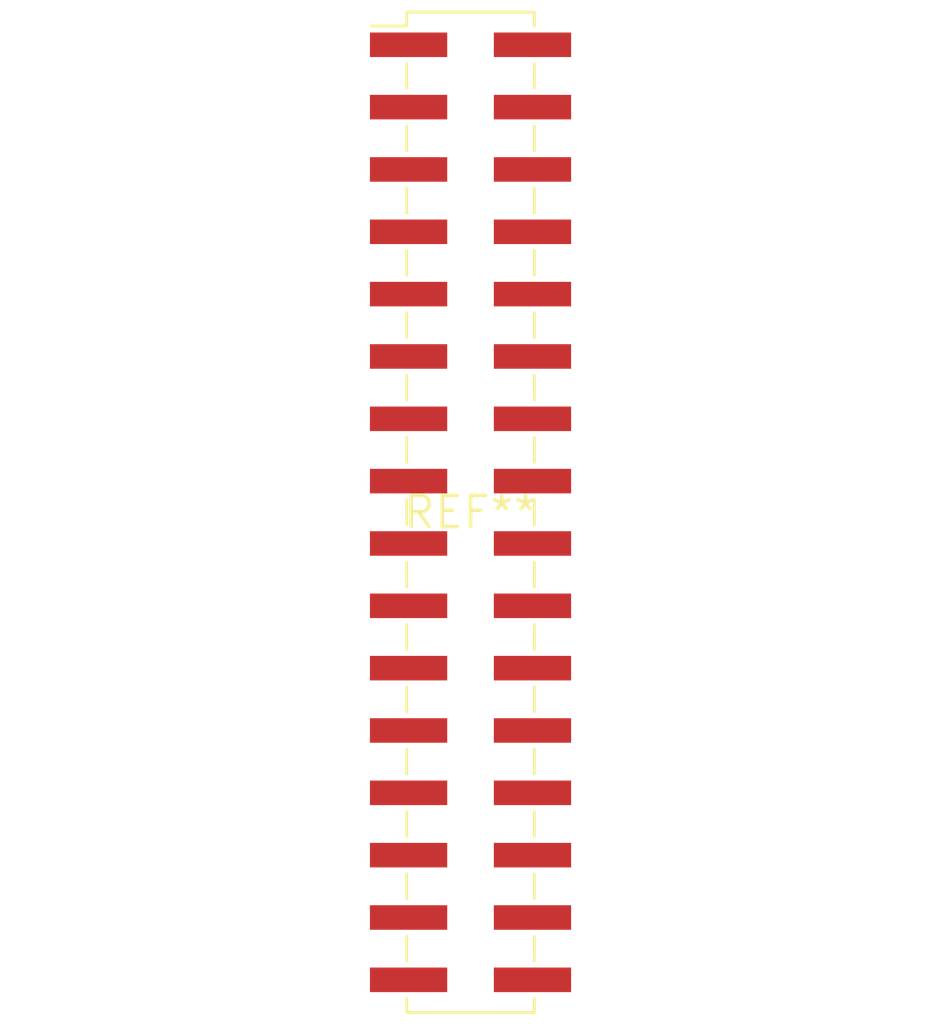
<source format=kicad_pcb>
(kicad_pcb (version 20240108) (generator pcbnew)
  (layers (0 "F.Cu" signal) (31 "B.Cu" signal) (34 "B.Paste" user) (35 "F.Paste" user) (36 "B.SilkS" user "B.Silkscreen") (37 "F.SilkS" user "F.Silkscreen") (38 "B.Mask" user) (39 "F.Mask" user) (44 "Edge.Cuts" user))
  (net 0 "")
  (footprint "PinHeader_2x16_P2.54mm_Vertical_SMD" (layer "F.Cu") (at 0 0)
    (property "Reference" "REF**")
    (property "Value" "PinHeader_2x16_P2.54mm_Vertical_SMD")
    (fp_line (start -4.04 -19.81) (end -2.6 -19.81) (layer "F.SilkS") (stroke (width 0.12)))
    (fp_line (start -2.6 -20.38) (end -2.6 -19.81) (layer "F.SilkS") (stroke (width 0.12)))
    (fp_line (start -2.6 -20.38) (end 2.6 -20.38) (layer "F.SilkS") (stroke (width 0.12)))
    (fp_line (start -2.6 -18.29) (end -2.6 -17.27) (layer "F.SilkS") (stroke (width 0.12)))
    (fp_line (start -2.6 -15.75) (end -2.6 -14.73) (layer "F.SilkS") (stroke (width 0.12)))
    (fp_line (start -2.6 -13.21) (end -2.6 -12.19) (layer "F.SilkS") (stroke (width 0.12)))
    (fp_line (start -2.6 -10.67) (end -2.6 -9.65) (layer "F.SilkS") (stroke (width 0.12)))
    (fp_line (start -2.6 -8.13) (end -2.6 -7.11) (layer "F.SilkS") (stroke (width 0.12)))
    (fp_line (start -2.6 -5.59) (end -2.6 -4.57) (layer "F.SilkS") (stroke (width 0.12)))
    (fp_line (start -2.6 -3.05) (end -2.6 -2.03) (layer "F.SilkS") (stroke (width 0.12)))
    (fp_line (start -2.6 -0.51) (end -2.6 0.51) (layer "F.SilkS") (stroke (width 0.12)))
    (fp_line (start -2.6 2.03) (end -2.6 3.05) (layer "F.SilkS") (stroke (width 0.12)))
    (fp_line (start -2.6 4.57) (end -2.6 5.59) (layer "F.SilkS") (stroke (width 0.12)))
    (fp_line (start -2.6 7.11) (end -2.6 8.13) (layer "F.SilkS") (stroke (width 0.12)))
    (fp_line (start -2.6 9.65) (end -2.6 10.67) (layer "F.SilkS") (stroke (width 0.12)))
    (fp_line (start -2.6 12.19) (end -2.6 13.21) (layer "F.SilkS") (stroke (width 0.12)))
    (fp_line (start -2.6 14.73) (end -2.6 15.75) (layer "F.SilkS") (stroke (width 0.12)))
    (fp_line (start -2.6 17.27) (end -2.6 18.29) (layer "F.SilkS") (stroke (width 0.12)))
    (fp_line (start -2.6 19.81) (end -2.6 20.38) (layer "F.SilkS") (stroke (width 0.12)))
    (fp_line (start -2.6 20.38) (end 2.6 20.38) (layer "F.SilkS") (stroke (width 0.12)))
    (fp_line (start 2.6 -20.38) (end 2.6 -19.81) (layer "F.SilkS") (stroke (width 0.12)))
    (fp_line (start 2.6 -18.29) (end 2.6 -17.27) (layer "F.SilkS") (stroke (width 0.12)))
    (fp_line (start 2.6 -15.75) (end 2.6 -14.73) (layer "F.SilkS") (stroke (width 0.12)))
    (fp_line (start 2.6 -13.21) (end 2.6 -12.19) (layer "F.SilkS") (stroke (width 0.12)))
    (fp_line (start 2.6 -10.67) (end 2.6 -9.65) (layer "F.SilkS") (stroke (width 0.12)))
    (fp_line (start 2.6 -8.13) (end 2.6 -7.11) (layer "F.SilkS") (stroke (width 0.12)))
    (fp_line (start 2.6 -5.59) (end 2.6 -4.57) (layer "F.SilkS") (stroke (width 0.12)))
    (fp_line (start 2.6 -3.05) (end 2.6 -2.03) (layer "F.SilkS") (stroke (width 0.12)))
    (fp_line (start 2.6 -0.51) (end 2.6 0.51) (layer "F.SilkS") (stroke (width 0.12)))
    (fp_line (start 2.6 2.03) (end 2.6 3.05) (layer "F.SilkS") (stroke (width 0.12)))
    (fp_line (start 2.6 4.57) (end 2.6 5.59) (layer "F.SilkS") (stroke (width 0.12)))
    (fp_line (start 2.6 7.11) (end 2.6 8.13) (layer "F.SilkS") (stroke (width 0.12)))
    (fp_line (start 2.6 9.65) (end 2.6 10.67) (layer "F.SilkS") (stroke (width 0.12)))
    (fp_line (start 2.6 12.19) (end 2.6 13.21) (layer "F.SilkS") (stroke (width 0.12)))
    (fp_line (start 2.6 14.73) (end 2.6 15.75) (layer "F.SilkS") (stroke (width 0.12)))
    (fp_line (start 2.6 17.27) (end 2.6 18.29) (layer "F.SilkS") (stroke (width 0.12)))
    (fp_line (start 2.6 19.81) (end 2.6 20.38) (layer "F.SilkS") (stroke (width 0.12)))
    (pad "1" smd rect (at -2.525 -19.05) (size 3.15 1) (layers "F.Cu" "F.Paste" "F.Mask"))
    (pad "2" smd rect (at 2.525 -19.05) (size 3.15 1) (layers "F.Cu" "F.Paste" "F.Mask"))
    (pad "3" smd rect (at -2.525 -16.51) (size 3.15 1) (layers "F.Cu" "F.Paste" "F.Mask"))
    (pad "4" smd rect (at 2.525 -16.51) (size 3.15 1) (layers "F.Cu" "F.Paste" "F.Mask"))
    (pad "5" smd rect (at -2.525 -13.97) (size 3.15 1) (layers "F.Cu" "F.Paste" "F.Mask"))
    (pad "6" smd rect (at 2.525 -13.97) (size 3.15 1) (layers "F.Cu" "F.Paste" "F.Mask"))
    (pad "7" smd rect (at -2.525 -11.43) (size 3.15 1) (layers "F.Cu" "F.Paste" "F.Mask"))
    (pad "8" smd rect (at 2.525 -11.43) (size 3.15 1) (layers "F.Cu" "F.Paste" "F.Mask"))
    (pad "9" smd rect (at -2.525 -8.89) (size 3.15 1) (layers "F.Cu" "F.Paste" "F.Mask"))
    (pad "10" smd rect (at 2.525 -8.89) (size 3.15 1) (layers "F.Cu" "F.Paste" "F.Mask"))
    (pad "11" smd rect (at -2.525 -6.35) (size 3.15 1) (layers "F.Cu" "F.Paste" "F.Mask"))
    (pad "12" smd rect (at 2.525 -6.35) (size 3.15 1) (layers "F.Cu" "F.Paste" "F.Mask"))
    (pad "13" smd rect (at -2.525 -3.81) (size 3.15 1) (layers "F.Cu" "F.Paste" "F.Mask"))
    (pad "14" smd rect (at 2.525 -3.81) (size 3.15 1) (layers "F.Cu" "F.Paste" "F.Mask"))
    (pad "15" smd rect (at -2.525 -1.27) (size 3.15 1) (layers "F.Cu" "F.Paste" "F.Mask"))
    (pad "16" smd rect (at 2.525 -1.27) (size 3.15 1) (layers "F.Cu" "F.Paste" "F.Mask"))
    (pad "17" smd rect (at -2.525 1.27) (size 3.15 1) (layers "F.Cu" "F.Paste" "F.Mask"))
    (pad "18" smd rect (at 2.525 1.27) (size 3.15 1) (layers "F.Cu" "F.Paste" "F.Mask"))
    (pad "19" smd rect (at -2.525 3.81) (size 3.15 1) (layers "F.Cu" "F.Paste" "F.Mask"))
    (pad "20" smd rect (at 2.525 3.81) (size 3.15 1) (layers "F.Cu" "F.Paste" "F.Mask"))
    (pad "21" smd rect (at -2.525 6.35) (size 3.15 1) (layers "F.Cu" "F.Paste" "F.Mask"))
    (pad "22" smd rect (at 2.525 6.35) (size 3.15 1) (layers "F.Cu" "F.Paste" "F.Mask"))
    (pad "23" smd rect (at -2.525 8.89) (size 3.15 1) (layers "F.Cu" "F.Paste" "F.Mask"))
    (pad "24" smd rect (at 2.525 8.89) (size 3.15 1) (layers "F.Cu" "F.Paste" "F.Mask"))
    (pad "25" smd rect (at -2.525 11.43) (size 3.15 1) (layers "F.Cu" "F.Paste" "F.Mask"))
    (pad "26" smd rect (at 2.525 11.43) (size 3.15 1) (layers "F.Cu" "F.Paste" "F.Mask"))
    (pad "27" smd rect (at -2.525 13.97) (size 3.15 1) (layers "F.Cu" "F.Paste" "F.Mask"))
    (pad "28" smd rect (at 2.525 13.97) (size 3.15 1) (layers "F.Cu" "F.Paste" "F.Mask"))
    (pad "29" smd rect (at -2.525 16.51) (size 3.15 1) (layers "F.Cu" "F.Paste" "F.Mask"))
    (pad "30" smd rect (at 2.525 16.51) (size 3.15 1) (layers "F.Cu" "F.Paste" "F.Mask"))
    (pad "31" smd rect (at -2.525 19.05) (size 3.15 1) (layers "F.Cu" "F.Paste" "F.Mask"))
    (pad "32" smd rect (at 2.525 19.05) (size 3.15 1) (layers "F.Cu" "F.Paste" "F.Mask"))
  )
)
</source>
